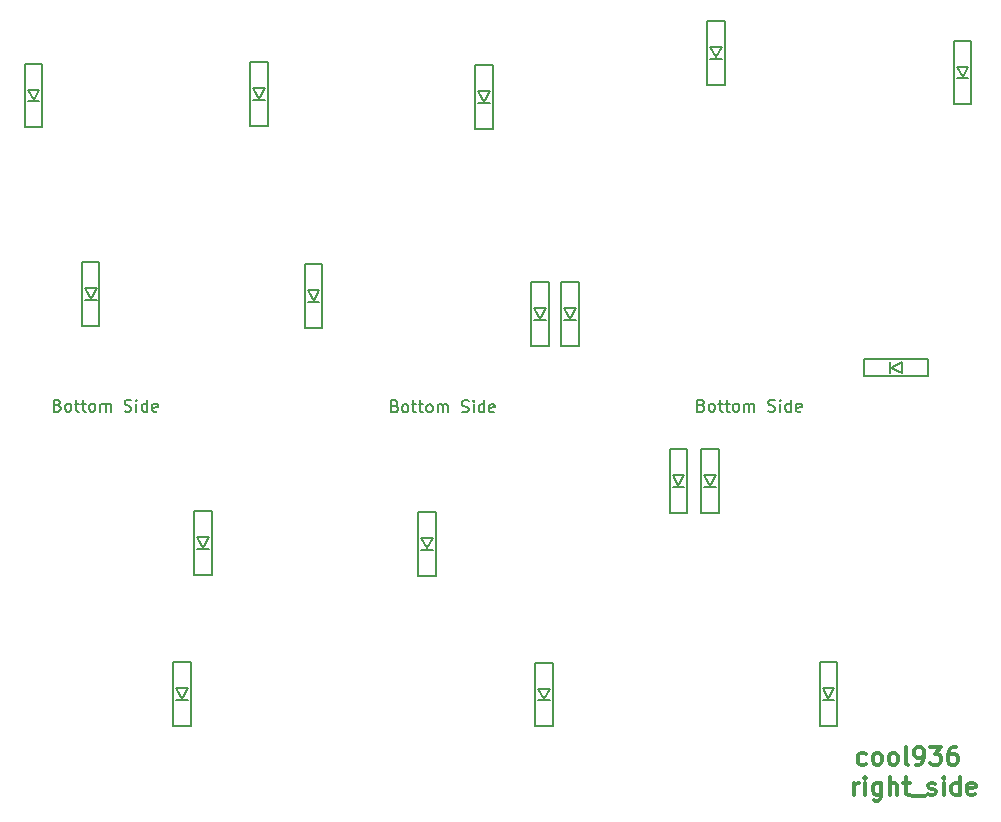
<source format=gto>
G04 #@! TF.GenerationSoftware,KiCad,Pcbnew,(5.1.6-0-10_14)*
G04 #@! TF.CreationDate,2022-08-31T17:51:27+09:00*
G04 #@! TF.ProjectId,cool936,636f6f6c-3933-4362-9e6b-696361645f70,rev?*
G04 #@! TF.SameCoordinates,Original*
G04 #@! TF.FileFunction,Legend,Top*
G04 #@! TF.FilePolarity,Positive*
%FSLAX46Y46*%
G04 Gerber Fmt 4.6, Leading zero omitted, Abs format (unit mm)*
G04 Created by KiCad (PCBNEW (5.1.6-0-10_14)) date 2022-08-31 17:51:27*
%MOMM*%
%LPD*%
G01*
G04 APERTURE LIST*
%ADD10C,0.300000*%
%ADD11C,0.150000*%
G04 APERTURE END LIST*
D10*
X259652857Y-61002142D02*
X259510000Y-61073571D01*
X259224285Y-61073571D01*
X259081428Y-61002142D01*
X259010000Y-60930714D01*
X258938571Y-60787857D01*
X258938571Y-60359285D01*
X259010000Y-60216428D01*
X259081428Y-60145000D01*
X259224285Y-60073571D01*
X259510000Y-60073571D01*
X259652857Y-60145000D01*
X260510000Y-61073571D02*
X260367142Y-61002142D01*
X260295714Y-60930714D01*
X260224285Y-60787857D01*
X260224285Y-60359285D01*
X260295714Y-60216428D01*
X260367142Y-60145000D01*
X260510000Y-60073571D01*
X260724285Y-60073571D01*
X260867142Y-60145000D01*
X260938571Y-60216428D01*
X261010000Y-60359285D01*
X261010000Y-60787857D01*
X260938571Y-60930714D01*
X260867142Y-61002142D01*
X260724285Y-61073571D01*
X260510000Y-61073571D01*
X261867142Y-61073571D02*
X261724285Y-61002142D01*
X261652857Y-60930714D01*
X261581428Y-60787857D01*
X261581428Y-60359285D01*
X261652857Y-60216428D01*
X261724285Y-60145000D01*
X261867142Y-60073571D01*
X262081428Y-60073571D01*
X262224285Y-60145000D01*
X262295714Y-60216428D01*
X262367142Y-60359285D01*
X262367142Y-60787857D01*
X262295714Y-60930714D01*
X262224285Y-61002142D01*
X262081428Y-61073571D01*
X261867142Y-61073571D01*
X263224285Y-61073571D02*
X263081428Y-61002142D01*
X263010000Y-60859285D01*
X263010000Y-59573571D01*
X263867142Y-61073571D02*
X264152857Y-61073571D01*
X264295714Y-61002142D01*
X264367142Y-60930714D01*
X264510000Y-60716428D01*
X264581428Y-60430714D01*
X264581428Y-59859285D01*
X264510000Y-59716428D01*
X264438571Y-59645000D01*
X264295714Y-59573571D01*
X264010000Y-59573571D01*
X263867142Y-59645000D01*
X263795714Y-59716428D01*
X263724285Y-59859285D01*
X263724285Y-60216428D01*
X263795714Y-60359285D01*
X263867142Y-60430714D01*
X264010000Y-60502142D01*
X264295714Y-60502142D01*
X264438571Y-60430714D01*
X264510000Y-60359285D01*
X264581428Y-60216428D01*
X265081428Y-59573571D02*
X266010000Y-59573571D01*
X265510000Y-60145000D01*
X265724285Y-60145000D01*
X265867142Y-60216428D01*
X265938571Y-60287857D01*
X266010000Y-60430714D01*
X266010000Y-60787857D01*
X265938571Y-60930714D01*
X265867142Y-61002142D01*
X265724285Y-61073571D01*
X265295714Y-61073571D01*
X265152857Y-61002142D01*
X265081428Y-60930714D01*
X267295714Y-59573571D02*
X267010000Y-59573571D01*
X266867142Y-59645000D01*
X266795714Y-59716428D01*
X266652857Y-59930714D01*
X266581428Y-60216428D01*
X266581428Y-60787857D01*
X266652857Y-60930714D01*
X266724285Y-61002142D01*
X266867142Y-61073571D01*
X267152857Y-61073571D01*
X267295714Y-61002142D01*
X267367142Y-60930714D01*
X267438571Y-60787857D01*
X267438571Y-60430714D01*
X267367142Y-60287857D01*
X267295714Y-60216428D01*
X267152857Y-60145000D01*
X266867142Y-60145000D01*
X266724285Y-60216428D01*
X266652857Y-60287857D01*
X266581428Y-60430714D01*
X258652857Y-63623571D02*
X258652857Y-62623571D01*
X258652857Y-62909285D02*
X258724285Y-62766428D01*
X258795714Y-62695000D01*
X258938571Y-62623571D01*
X259081428Y-62623571D01*
X259581428Y-63623571D02*
X259581428Y-62623571D01*
X259581428Y-62123571D02*
X259510000Y-62195000D01*
X259581428Y-62266428D01*
X259652857Y-62195000D01*
X259581428Y-62123571D01*
X259581428Y-62266428D01*
X260938571Y-62623571D02*
X260938571Y-63837857D01*
X260867142Y-63980714D01*
X260795714Y-64052142D01*
X260652857Y-64123571D01*
X260438571Y-64123571D01*
X260295714Y-64052142D01*
X260938571Y-63552142D02*
X260795714Y-63623571D01*
X260510000Y-63623571D01*
X260367142Y-63552142D01*
X260295714Y-63480714D01*
X260224285Y-63337857D01*
X260224285Y-62909285D01*
X260295714Y-62766428D01*
X260367142Y-62695000D01*
X260510000Y-62623571D01*
X260795714Y-62623571D01*
X260938571Y-62695000D01*
X261652857Y-63623571D02*
X261652857Y-62123571D01*
X262295714Y-63623571D02*
X262295714Y-62837857D01*
X262224285Y-62695000D01*
X262081428Y-62623571D01*
X261867142Y-62623571D01*
X261724285Y-62695000D01*
X261652857Y-62766428D01*
X262795714Y-62623571D02*
X263367142Y-62623571D01*
X263010000Y-62123571D02*
X263010000Y-63409285D01*
X263081428Y-63552142D01*
X263224285Y-63623571D01*
X263367142Y-63623571D01*
X263510000Y-63766428D02*
X264652857Y-63766428D01*
X264938571Y-63552142D02*
X265081428Y-63623571D01*
X265367142Y-63623571D01*
X265510000Y-63552142D01*
X265581428Y-63409285D01*
X265581428Y-63337857D01*
X265510000Y-63195000D01*
X265367142Y-63123571D01*
X265152857Y-63123571D01*
X265010000Y-63052142D01*
X264938571Y-62909285D01*
X264938571Y-62837857D01*
X265010000Y-62695000D01*
X265152857Y-62623571D01*
X265367142Y-62623571D01*
X265510000Y-62695000D01*
X266224285Y-63623571D02*
X266224285Y-62623571D01*
X266224285Y-62123571D02*
X266152857Y-62195000D01*
X266224285Y-62266428D01*
X266295714Y-62195000D01*
X266224285Y-62123571D01*
X266224285Y-62266428D01*
X267581428Y-63623571D02*
X267581428Y-62123571D01*
X267581428Y-63552142D02*
X267438571Y-63623571D01*
X267152857Y-63623571D01*
X267010000Y-63552142D01*
X266938571Y-63480714D01*
X266867142Y-63337857D01*
X266867142Y-62909285D01*
X266938571Y-62766428D01*
X267010000Y-62695000D01*
X267152857Y-62623571D01*
X267438571Y-62623571D01*
X267581428Y-62695000D01*
X268867142Y-63552142D02*
X268724285Y-63623571D01*
X268438571Y-63623571D01*
X268295714Y-63552142D01*
X268224285Y-63409285D01*
X268224285Y-62837857D01*
X268295714Y-62695000D01*
X268438571Y-62623571D01*
X268724285Y-62623571D01*
X268867142Y-62695000D01*
X268938571Y-62837857D01*
X268938571Y-62980714D01*
X268224285Y-63123571D01*
D11*
X233140000Y-52440000D02*
X231640000Y-52440000D01*
X233140000Y-57840000D02*
X233140000Y-52440000D01*
X231640000Y-57840000D02*
X233140000Y-57840000D01*
X231640000Y-52440000D02*
X231640000Y-57840000D01*
X231890000Y-55640000D02*
X232890000Y-55640000D01*
X232890000Y-54640000D02*
X232390000Y-55540000D01*
X231890000Y-54640000D02*
X232890000Y-54640000D01*
X232390000Y-55540000D02*
X231890000Y-54640000D01*
X261790000Y-27450000D02*
X262690000Y-26950000D01*
X262690000Y-26950000D02*
X262690000Y-27950000D01*
X262690000Y-27950000D02*
X261790000Y-27450000D01*
X261690000Y-26950000D02*
X261690000Y-27950000D01*
X264890000Y-26700000D02*
X259490000Y-26700000D01*
X259490000Y-26700000D02*
X259490000Y-28200000D01*
X259490000Y-28200000D02*
X264890000Y-28200000D01*
X264890000Y-28200000D02*
X264890000Y-26700000D01*
X246980000Y-1190000D02*
X246480000Y-290000D01*
X246480000Y-290000D02*
X247480000Y-290000D01*
X247480000Y-290000D02*
X246980000Y-1190000D01*
X246480000Y-1290000D02*
X247480000Y-1290000D01*
X246230000Y1910000D02*
X246230000Y-3490000D01*
X246230000Y-3490000D02*
X247730000Y-3490000D01*
X247730000Y-3490000D02*
X247730000Y1910000D01*
X247730000Y1910000D02*
X246230000Y1910000D01*
X243780000Y-37450000D02*
X243280000Y-36550000D01*
X243280000Y-36550000D02*
X244280000Y-36550000D01*
X244280000Y-36550000D02*
X243780000Y-37450000D01*
X243280000Y-37550000D02*
X244280000Y-37550000D01*
X243030000Y-34350000D02*
X243030000Y-39750000D01*
X243030000Y-39750000D02*
X244530000Y-39750000D01*
X244530000Y-39750000D02*
X244530000Y-34350000D01*
X244530000Y-34350000D02*
X243030000Y-34350000D01*
X201760000Y-55490000D02*
X201260000Y-54590000D01*
X201260000Y-54590000D02*
X202260000Y-54590000D01*
X202260000Y-54590000D02*
X201760000Y-55490000D01*
X201260000Y-55590000D02*
X202260000Y-55590000D01*
X201010000Y-52390000D02*
X201010000Y-57790000D01*
X201010000Y-57790000D02*
X202510000Y-57790000D01*
X202510000Y-57790000D02*
X202510000Y-52390000D01*
X202510000Y-52390000D02*
X201010000Y-52390000D01*
X232080000Y-23340000D02*
X231580000Y-22440000D01*
X231580000Y-22440000D02*
X232580000Y-22440000D01*
X232580000Y-22440000D02*
X232080000Y-23340000D01*
X231580000Y-23440000D02*
X232580000Y-23440000D01*
X231330000Y-20240000D02*
X231330000Y-25640000D01*
X231330000Y-25640000D02*
X232830000Y-25640000D01*
X232830000Y-25640000D02*
X232830000Y-20240000D01*
X232830000Y-20240000D02*
X231330000Y-20240000D01*
X194010000Y-21620000D02*
X193510000Y-20720000D01*
X193510000Y-20720000D02*
X194510000Y-20720000D01*
X194510000Y-20720000D02*
X194010000Y-21620000D01*
X193510000Y-21720000D02*
X194510000Y-21720000D01*
X193260000Y-18520000D02*
X193260000Y-23920000D01*
X193260000Y-23920000D02*
X194760000Y-23920000D01*
X194760000Y-23920000D02*
X194760000Y-18520000D01*
X194760000Y-18520000D02*
X193260000Y-18520000D01*
X222500000Y-42770000D02*
X222000000Y-41870000D01*
X222000000Y-41870000D02*
X223000000Y-41870000D01*
X223000000Y-41870000D02*
X222500000Y-42770000D01*
X222000000Y-42870000D02*
X223000000Y-42870000D01*
X221750000Y-39670000D02*
X221750000Y-45070000D01*
X221750000Y-45070000D02*
X223250000Y-45070000D01*
X223250000Y-45070000D02*
X223250000Y-39670000D01*
X223250000Y-39670000D02*
X221750000Y-39670000D01*
X246430000Y-37450000D02*
X245930000Y-36550000D01*
X245930000Y-36550000D02*
X246930000Y-36550000D01*
X246930000Y-36550000D02*
X246430000Y-37450000D01*
X245930000Y-37550000D02*
X246930000Y-37550000D01*
X245680000Y-34350000D02*
X245680000Y-39750000D01*
X245680000Y-39750000D02*
X247180000Y-39750000D01*
X247180000Y-39750000D02*
X247180000Y-34350000D01*
X247180000Y-34350000D02*
X245680000Y-34350000D01*
X203500000Y-42740000D02*
X203000000Y-41840000D01*
X203000000Y-41840000D02*
X204000000Y-41840000D01*
X204000000Y-41840000D02*
X203500000Y-42740000D01*
X203000000Y-42840000D02*
X204000000Y-42840000D01*
X202750000Y-39640000D02*
X202750000Y-45040000D01*
X202750000Y-45040000D02*
X204250000Y-45040000D01*
X204250000Y-45040000D02*
X204250000Y-39640000D01*
X204250000Y-39640000D02*
X202750000Y-39640000D01*
X212880000Y-21810000D02*
X212380000Y-20910000D01*
X212380000Y-20910000D02*
X213380000Y-20910000D01*
X213380000Y-20910000D02*
X212880000Y-21810000D01*
X212380000Y-21910000D02*
X213380000Y-21910000D01*
X212130000Y-18710000D02*
X212130000Y-24110000D01*
X212130000Y-24110000D02*
X213630000Y-24110000D01*
X213630000Y-24110000D02*
X213630000Y-18710000D01*
X213630000Y-18710000D02*
X212130000Y-18710000D01*
X227340000Y-4950000D02*
X226840000Y-4050000D01*
X226840000Y-4050000D02*
X227840000Y-4050000D01*
X227840000Y-4050000D02*
X227340000Y-4950000D01*
X226840000Y-5050000D02*
X227840000Y-5050000D01*
X226590000Y-1850000D02*
X226590000Y-7250000D01*
X226590000Y-7250000D02*
X228090000Y-7250000D01*
X228090000Y-7250000D02*
X228090000Y-1850000D01*
X228090000Y-1850000D02*
X226590000Y-1850000D01*
X267830000Y-2880000D02*
X267330000Y-1980000D01*
X267330000Y-1980000D02*
X268330000Y-1980000D01*
X268330000Y-1980000D02*
X267830000Y-2880000D01*
X267330000Y-2980000D02*
X268330000Y-2980000D01*
X267080000Y220000D02*
X267080000Y-5180000D01*
X267080000Y-5180000D02*
X268580000Y-5180000D01*
X268580000Y-5180000D02*
X268580000Y220000D01*
X268580000Y220000D02*
X267080000Y220000D01*
X208240000Y-4690000D02*
X207740000Y-3790000D01*
X207740000Y-3790000D02*
X208740000Y-3790000D01*
X208740000Y-3790000D02*
X208240000Y-4690000D01*
X207740000Y-4790000D02*
X208740000Y-4790000D01*
X207490000Y-1590000D02*
X207490000Y-6990000D01*
X207490000Y-6990000D02*
X208990000Y-6990000D01*
X208990000Y-6990000D02*
X208990000Y-1590000D01*
X208990000Y-1590000D02*
X207490000Y-1590000D01*
X189180000Y-4820000D02*
X188680000Y-3920000D01*
X188680000Y-3920000D02*
X189680000Y-3920000D01*
X189680000Y-3920000D02*
X189180000Y-4820000D01*
X188680000Y-4920000D02*
X189680000Y-4920000D01*
X188430000Y-1720000D02*
X188430000Y-7120000D01*
X188430000Y-7120000D02*
X189930000Y-7120000D01*
X189930000Y-7120000D02*
X189930000Y-1720000D01*
X189930000Y-1720000D02*
X188430000Y-1720000D01*
X234570000Y-23320000D02*
X234070000Y-22420000D01*
X234070000Y-22420000D02*
X235070000Y-22420000D01*
X235070000Y-22420000D02*
X234570000Y-23320000D01*
X234070000Y-23420000D02*
X235070000Y-23420000D01*
X233820000Y-20220000D02*
X233820000Y-25620000D01*
X233820000Y-25620000D02*
X235320000Y-25620000D01*
X235320000Y-25620000D02*
X235320000Y-20220000D01*
X235320000Y-20220000D02*
X233820000Y-20220000D01*
X256480000Y-55475000D02*
X255980000Y-54575000D01*
X255980000Y-54575000D02*
X256980000Y-54575000D01*
X256980000Y-54575000D02*
X256480000Y-55475000D01*
X255980000Y-55575000D02*
X256980000Y-55575000D01*
X255730000Y-52375000D02*
X255730000Y-57775000D01*
X255730000Y-57775000D02*
X257230000Y-57775000D01*
X257230000Y-57775000D02*
X257230000Y-52375000D01*
X257230000Y-52375000D02*
X255730000Y-52375000D01*
X191222380Y-30658571D02*
X191365238Y-30706190D01*
X191412857Y-30753809D01*
X191460476Y-30849047D01*
X191460476Y-30991904D01*
X191412857Y-31087142D01*
X191365238Y-31134761D01*
X191270000Y-31182380D01*
X190889047Y-31182380D01*
X190889047Y-30182380D01*
X191222380Y-30182380D01*
X191317619Y-30230000D01*
X191365238Y-30277619D01*
X191412857Y-30372857D01*
X191412857Y-30468095D01*
X191365238Y-30563333D01*
X191317619Y-30610952D01*
X191222380Y-30658571D01*
X190889047Y-30658571D01*
X192031904Y-31182380D02*
X191936666Y-31134761D01*
X191889047Y-31087142D01*
X191841428Y-30991904D01*
X191841428Y-30706190D01*
X191889047Y-30610952D01*
X191936666Y-30563333D01*
X192031904Y-30515714D01*
X192174761Y-30515714D01*
X192270000Y-30563333D01*
X192317619Y-30610952D01*
X192365238Y-30706190D01*
X192365238Y-30991904D01*
X192317619Y-31087142D01*
X192270000Y-31134761D01*
X192174761Y-31182380D01*
X192031904Y-31182380D01*
X192650952Y-30515714D02*
X193031904Y-30515714D01*
X192793809Y-30182380D02*
X192793809Y-31039523D01*
X192841428Y-31134761D01*
X192936666Y-31182380D01*
X193031904Y-31182380D01*
X193222380Y-30515714D02*
X193603333Y-30515714D01*
X193365238Y-30182380D02*
X193365238Y-31039523D01*
X193412857Y-31134761D01*
X193508095Y-31182380D01*
X193603333Y-31182380D01*
X194079523Y-31182380D02*
X193984285Y-31134761D01*
X193936666Y-31087142D01*
X193889047Y-30991904D01*
X193889047Y-30706190D01*
X193936666Y-30610952D01*
X193984285Y-30563333D01*
X194079523Y-30515714D01*
X194222380Y-30515714D01*
X194317619Y-30563333D01*
X194365238Y-30610952D01*
X194412857Y-30706190D01*
X194412857Y-30991904D01*
X194365238Y-31087142D01*
X194317619Y-31134761D01*
X194222380Y-31182380D01*
X194079523Y-31182380D01*
X194841428Y-31182380D02*
X194841428Y-30515714D01*
X194841428Y-30610952D02*
X194889047Y-30563333D01*
X194984285Y-30515714D01*
X195127142Y-30515714D01*
X195222380Y-30563333D01*
X195270000Y-30658571D01*
X195270000Y-31182380D01*
X195270000Y-30658571D02*
X195317619Y-30563333D01*
X195412857Y-30515714D01*
X195555714Y-30515714D01*
X195650952Y-30563333D01*
X195698571Y-30658571D01*
X195698571Y-31182380D01*
X196889047Y-31134761D02*
X197031904Y-31182380D01*
X197270000Y-31182380D01*
X197365238Y-31134761D01*
X197412857Y-31087142D01*
X197460476Y-30991904D01*
X197460476Y-30896666D01*
X197412857Y-30801428D01*
X197365238Y-30753809D01*
X197270000Y-30706190D01*
X197079523Y-30658571D01*
X196984285Y-30610952D01*
X196936666Y-30563333D01*
X196889047Y-30468095D01*
X196889047Y-30372857D01*
X196936666Y-30277619D01*
X196984285Y-30230000D01*
X197079523Y-30182380D01*
X197317619Y-30182380D01*
X197460476Y-30230000D01*
X197889047Y-31182380D02*
X197889047Y-30515714D01*
X197889047Y-30182380D02*
X197841428Y-30230000D01*
X197889047Y-30277619D01*
X197936666Y-30230000D01*
X197889047Y-30182380D01*
X197889047Y-30277619D01*
X198793809Y-31182380D02*
X198793809Y-30182380D01*
X198793809Y-31134761D02*
X198698571Y-31182380D01*
X198508095Y-31182380D01*
X198412857Y-31134761D01*
X198365238Y-31087142D01*
X198317619Y-30991904D01*
X198317619Y-30706190D01*
X198365238Y-30610952D01*
X198412857Y-30563333D01*
X198508095Y-30515714D01*
X198698571Y-30515714D01*
X198793809Y-30563333D01*
X199650952Y-31134761D02*
X199555714Y-31182380D01*
X199365238Y-31182380D01*
X199270000Y-31134761D01*
X199222380Y-31039523D01*
X199222380Y-30658571D01*
X199270000Y-30563333D01*
X199365238Y-30515714D01*
X199555714Y-30515714D01*
X199650952Y-30563333D01*
X199698571Y-30658571D01*
X199698571Y-30753809D01*
X199222380Y-30849047D01*
X219772380Y-30718571D02*
X219915238Y-30766190D01*
X219962857Y-30813809D01*
X220010476Y-30909047D01*
X220010476Y-31051904D01*
X219962857Y-31147142D01*
X219915238Y-31194761D01*
X219820000Y-31242380D01*
X219439047Y-31242380D01*
X219439047Y-30242380D01*
X219772380Y-30242380D01*
X219867619Y-30290000D01*
X219915238Y-30337619D01*
X219962857Y-30432857D01*
X219962857Y-30528095D01*
X219915238Y-30623333D01*
X219867619Y-30670952D01*
X219772380Y-30718571D01*
X219439047Y-30718571D01*
X220581904Y-31242380D02*
X220486666Y-31194761D01*
X220439047Y-31147142D01*
X220391428Y-31051904D01*
X220391428Y-30766190D01*
X220439047Y-30670952D01*
X220486666Y-30623333D01*
X220581904Y-30575714D01*
X220724761Y-30575714D01*
X220820000Y-30623333D01*
X220867619Y-30670952D01*
X220915238Y-30766190D01*
X220915238Y-31051904D01*
X220867619Y-31147142D01*
X220820000Y-31194761D01*
X220724761Y-31242380D01*
X220581904Y-31242380D01*
X221200952Y-30575714D02*
X221581904Y-30575714D01*
X221343809Y-30242380D02*
X221343809Y-31099523D01*
X221391428Y-31194761D01*
X221486666Y-31242380D01*
X221581904Y-31242380D01*
X221772380Y-30575714D02*
X222153333Y-30575714D01*
X221915238Y-30242380D02*
X221915238Y-31099523D01*
X221962857Y-31194761D01*
X222058095Y-31242380D01*
X222153333Y-31242380D01*
X222629523Y-31242380D02*
X222534285Y-31194761D01*
X222486666Y-31147142D01*
X222439047Y-31051904D01*
X222439047Y-30766190D01*
X222486666Y-30670952D01*
X222534285Y-30623333D01*
X222629523Y-30575714D01*
X222772380Y-30575714D01*
X222867619Y-30623333D01*
X222915238Y-30670952D01*
X222962857Y-30766190D01*
X222962857Y-31051904D01*
X222915238Y-31147142D01*
X222867619Y-31194761D01*
X222772380Y-31242380D01*
X222629523Y-31242380D01*
X223391428Y-31242380D02*
X223391428Y-30575714D01*
X223391428Y-30670952D02*
X223439047Y-30623333D01*
X223534285Y-30575714D01*
X223677142Y-30575714D01*
X223772380Y-30623333D01*
X223820000Y-30718571D01*
X223820000Y-31242380D01*
X223820000Y-30718571D02*
X223867619Y-30623333D01*
X223962857Y-30575714D01*
X224105714Y-30575714D01*
X224200952Y-30623333D01*
X224248571Y-30718571D01*
X224248571Y-31242380D01*
X225439047Y-31194761D02*
X225581904Y-31242380D01*
X225820000Y-31242380D01*
X225915238Y-31194761D01*
X225962857Y-31147142D01*
X226010476Y-31051904D01*
X226010476Y-30956666D01*
X225962857Y-30861428D01*
X225915238Y-30813809D01*
X225820000Y-30766190D01*
X225629523Y-30718571D01*
X225534285Y-30670952D01*
X225486666Y-30623333D01*
X225439047Y-30528095D01*
X225439047Y-30432857D01*
X225486666Y-30337619D01*
X225534285Y-30290000D01*
X225629523Y-30242380D01*
X225867619Y-30242380D01*
X226010476Y-30290000D01*
X226439047Y-31242380D02*
X226439047Y-30575714D01*
X226439047Y-30242380D02*
X226391428Y-30290000D01*
X226439047Y-30337619D01*
X226486666Y-30290000D01*
X226439047Y-30242380D01*
X226439047Y-30337619D01*
X227343809Y-31242380D02*
X227343809Y-30242380D01*
X227343809Y-31194761D02*
X227248571Y-31242380D01*
X227058095Y-31242380D01*
X226962857Y-31194761D01*
X226915238Y-31147142D01*
X226867619Y-31051904D01*
X226867619Y-30766190D01*
X226915238Y-30670952D01*
X226962857Y-30623333D01*
X227058095Y-30575714D01*
X227248571Y-30575714D01*
X227343809Y-30623333D01*
X228200952Y-31194761D02*
X228105714Y-31242380D01*
X227915238Y-31242380D01*
X227820000Y-31194761D01*
X227772380Y-31099523D01*
X227772380Y-30718571D01*
X227820000Y-30623333D01*
X227915238Y-30575714D01*
X228105714Y-30575714D01*
X228200952Y-30623333D01*
X228248571Y-30718571D01*
X228248571Y-30813809D01*
X227772380Y-30909047D01*
X245722380Y-30658571D02*
X245865238Y-30706190D01*
X245912857Y-30753809D01*
X245960476Y-30849047D01*
X245960476Y-30991904D01*
X245912857Y-31087142D01*
X245865238Y-31134761D01*
X245770000Y-31182380D01*
X245389047Y-31182380D01*
X245389047Y-30182380D01*
X245722380Y-30182380D01*
X245817619Y-30230000D01*
X245865238Y-30277619D01*
X245912857Y-30372857D01*
X245912857Y-30468095D01*
X245865238Y-30563333D01*
X245817619Y-30610952D01*
X245722380Y-30658571D01*
X245389047Y-30658571D01*
X246531904Y-31182380D02*
X246436666Y-31134761D01*
X246389047Y-31087142D01*
X246341428Y-30991904D01*
X246341428Y-30706190D01*
X246389047Y-30610952D01*
X246436666Y-30563333D01*
X246531904Y-30515714D01*
X246674761Y-30515714D01*
X246770000Y-30563333D01*
X246817619Y-30610952D01*
X246865238Y-30706190D01*
X246865238Y-30991904D01*
X246817619Y-31087142D01*
X246770000Y-31134761D01*
X246674761Y-31182380D01*
X246531904Y-31182380D01*
X247150952Y-30515714D02*
X247531904Y-30515714D01*
X247293809Y-30182380D02*
X247293809Y-31039523D01*
X247341428Y-31134761D01*
X247436666Y-31182380D01*
X247531904Y-31182380D01*
X247722380Y-30515714D02*
X248103333Y-30515714D01*
X247865238Y-30182380D02*
X247865238Y-31039523D01*
X247912857Y-31134761D01*
X248008095Y-31182380D01*
X248103333Y-31182380D01*
X248579523Y-31182380D02*
X248484285Y-31134761D01*
X248436666Y-31087142D01*
X248389047Y-30991904D01*
X248389047Y-30706190D01*
X248436666Y-30610952D01*
X248484285Y-30563333D01*
X248579523Y-30515714D01*
X248722380Y-30515714D01*
X248817619Y-30563333D01*
X248865238Y-30610952D01*
X248912857Y-30706190D01*
X248912857Y-30991904D01*
X248865238Y-31087142D01*
X248817619Y-31134761D01*
X248722380Y-31182380D01*
X248579523Y-31182380D01*
X249341428Y-31182380D02*
X249341428Y-30515714D01*
X249341428Y-30610952D02*
X249389047Y-30563333D01*
X249484285Y-30515714D01*
X249627142Y-30515714D01*
X249722380Y-30563333D01*
X249770000Y-30658571D01*
X249770000Y-31182380D01*
X249770000Y-30658571D02*
X249817619Y-30563333D01*
X249912857Y-30515714D01*
X250055714Y-30515714D01*
X250150952Y-30563333D01*
X250198571Y-30658571D01*
X250198571Y-31182380D01*
X251389047Y-31134761D02*
X251531904Y-31182380D01*
X251770000Y-31182380D01*
X251865238Y-31134761D01*
X251912857Y-31087142D01*
X251960476Y-30991904D01*
X251960476Y-30896666D01*
X251912857Y-30801428D01*
X251865238Y-30753809D01*
X251770000Y-30706190D01*
X251579523Y-30658571D01*
X251484285Y-30610952D01*
X251436666Y-30563333D01*
X251389047Y-30468095D01*
X251389047Y-30372857D01*
X251436666Y-30277619D01*
X251484285Y-30230000D01*
X251579523Y-30182380D01*
X251817619Y-30182380D01*
X251960476Y-30230000D01*
X252389047Y-31182380D02*
X252389047Y-30515714D01*
X252389047Y-30182380D02*
X252341428Y-30230000D01*
X252389047Y-30277619D01*
X252436666Y-30230000D01*
X252389047Y-30182380D01*
X252389047Y-30277619D01*
X253293809Y-31182380D02*
X253293809Y-30182380D01*
X253293809Y-31134761D02*
X253198571Y-31182380D01*
X253008095Y-31182380D01*
X252912857Y-31134761D01*
X252865238Y-31087142D01*
X252817619Y-30991904D01*
X252817619Y-30706190D01*
X252865238Y-30610952D01*
X252912857Y-30563333D01*
X253008095Y-30515714D01*
X253198571Y-30515714D01*
X253293809Y-30563333D01*
X254150952Y-31134761D02*
X254055714Y-31182380D01*
X253865238Y-31182380D01*
X253770000Y-31134761D01*
X253722380Y-31039523D01*
X253722380Y-30658571D01*
X253770000Y-30563333D01*
X253865238Y-30515714D01*
X254055714Y-30515714D01*
X254150952Y-30563333D01*
X254198571Y-30658571D01*
X254198571Y-30753809D01*
X253722380Y-30849047D01*
M02*

</source>
